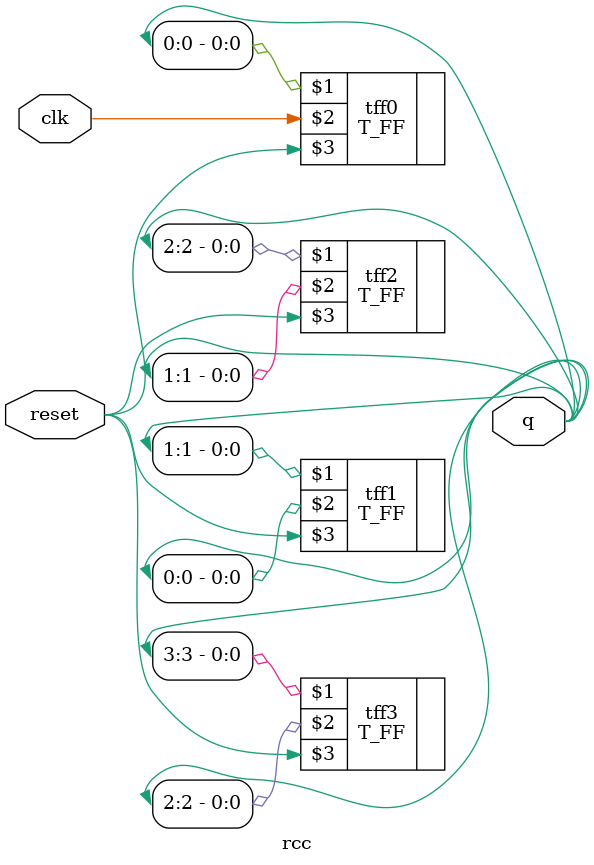
<source format=v>
`timescale 1ns / 1ps


module rcc(q, clk, reset);

output [3:0] q;
input clk, reset;

T_FF tff0(q[0], clk, reset);
T_FF tff1(q[1], q[0], reset);
T_FF tff2(q[2], q[1], reset);
T_FF tff3(q[3], q[2], reset);

endmodule


</source>
